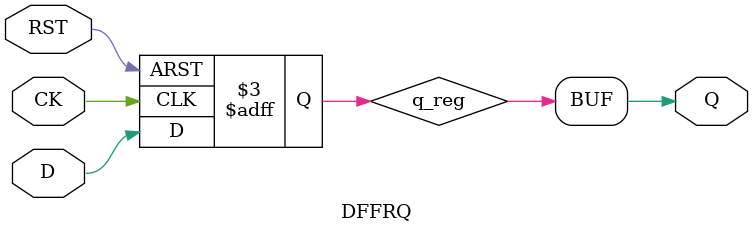
<source format=v>
module DFFRQ (RST, CK, D, Q);
  input RST; 
  input CK; 
  input D;  
  output Q;
  
  reg q_reg;

  always @ (posedge CK or negedge RST)
    if (~RST) begin
      q_reg <= 1'b0;
    end else begin
      q_reg <= D;
    end
  
  assign Q = q_reg;

endmodule 
</source>
